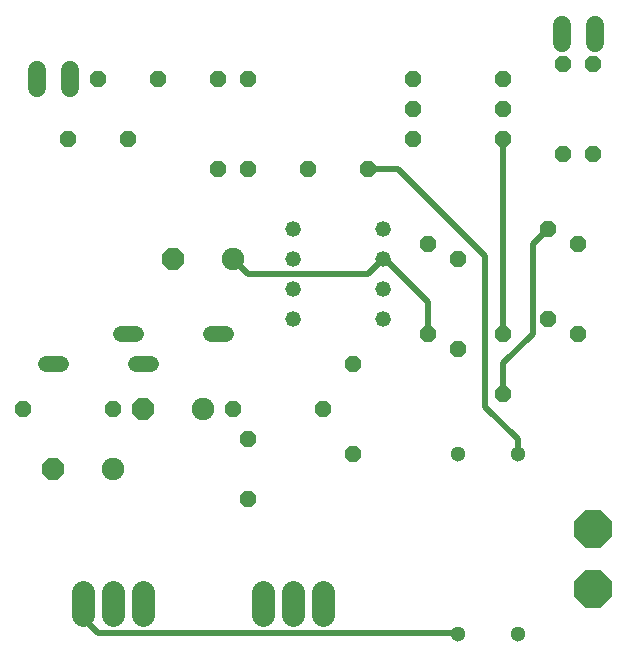
<source format=gbr>
G04 EAGLE Gerber RS-274X export*
G75*
%MOMM*%
%FSLAX34Y34*%
%LPD*%
%INBottom Copper*%
%IPPOS*%
%AMOC8*
5,1,8,0,0,1.08239X$1,22.5*%
G01*
%ADD10P,1.429621X8X292.500000*%
%ADD11P,1.429621X8X22.500000*%
%ADD12C,1.905000*%
%ADD13P,2.061953X8X202.500000*%
%ADD14P,1.429621X8X112.500000*%
%ADD15C,1.320800*%
%ADD16P,3.409096X8X22.500000*%
%ADD17C,1.320800*%
%ADD18C,1.524000*%
%ADD19C,1.300000*%
%ADD20C,1.905000*%
%ADD21P,1.429621X8X202.500000*%
%ADD22C,0.508000*%
%ADD23C,0.152400*%


D10*
X419100Y279400D03*
X419100Y228600D03*
D11*
X76200Y495300D03*
X127000Y495300D03*
D12*
X88900Y165100D03*
D13*
X38100Y165100D03*
D14*
X203200Y139700D03*
X203200Y190500D03*
D12*
X190500Y342900D03*
D13*
X139700Y342900D03*
D12*
X165100Y215900D03*
D13*
X114300Y215900D03*
D11*
X50800Y444500D03*
X101600Y444500D03*
X254000Y419100D03*
X304800Y419100D03*
D15*
X44704Y254000D02*
X31496Y254000D01*
X107696Y254000D02*
X120904Y254000D01*
X171196Y279400D02*
X184404Y279400D01*
X108204Y279400D02*
X94996Y279400D01*
D16*
X495300Y63500D03*
X495300Y114300D03*
D17*
X241300Y368300D03*
X241300Y342900D03*
X317500Y342900D03*
X317500Y368300D03*
X241300Y317500D03*
X241300Y292100D03*
X317500Y317500D03*
X317500Y292100D03*
D18*
X468630Y525780D02*
X468630Y541020D01*
X496570Y541020D02*
X496570Y525780D01*
D19*
X381000Y25400D03*
X431800Y25400D03*
X381000Y177800D03*
X431800Y177800D03*
D18*
X24130Y487680D02*
X24130Y502920D01*
X52070Y502920D02*
X52070Y487680D01*
D10*
X355600Y355600D03*
X355600Y279400D03*
D11*
X190500Y215900D03*
X266700Y215900D03*
D20*
X114300Y60325D02*
X114300Y41275D01*
X88900Y41275D02*
X88900Y60325D01*
X63500Y60325D02*
X63500Y41275D01*
X266700Y41275D02*
X266700Y60325D01*
X241300Y60325D02*
X241300Y41275D01*
X215900Y41275D02*
X215900Y60325D01*
D21*
X88900Y215900D03*
X12700Y215900D03*
D14*
X292100Y177800D03*
X292100Y254000D03*
D21*
X419100Y469900D03*
X342900Y469900D03*
X419100Y444500D03*
X342900Y444500D03*
D10*
X177800Y495300D03*
X177800Y419100D03*
D14*
X203200Y419100D03*
X203200Y495300D03*
D10*
X469900Y508000D03*
X469900Y431800D03*
X495300Y508000D03*
X495300Y431800D03*
D21*
X419100Y495300D03*
X342900Y495300D03*
D14*
X482600Y279400D03*
X482600Y355600D03*
D10*
X457200Y368300D03*
X457200Y292100D03*
D14*
X381000Y266700D03*
X381000Y342900D03*
D22*
X76200Y25908D02*
X63500Y38608D01*
X63500Y50800D01*
X76200Y25908D02*
X381000Y25908D01*
D23*
X381000Y25400D01*
D22*
X443992Y355092D02*
X457200Y368300D01*
X443992Y355092D02*
X443992Y279400D01*
X419100Y254508D01*
X419100Y228600D01*
X355092Y280416D02*
X355092Y306324D01*
X318516Y342900D01*
D23*
X355092Y280416D02*
X355600Y279400D01*
D22*
X318516Y342900D02*
X317500Y342900D01*
D23*
X316992Y342900D01*
D22*
X317500Y342900D02*
X304800Y330200D01*
X203200Y330200D01*
X190500Y342900D01*
X419100Y279400D02*
X419100Y444500D01*
X431292Y189992D02*
X431292Y178308D01*
X431292Y189992D02*
X403860Y217424D01*
X403860Y345440D01*
X330200Y419100D01*
X304800Y419100D01*
D23*
X431292Y178308D02*
X431800Y177800D01*
M02*

</source>
